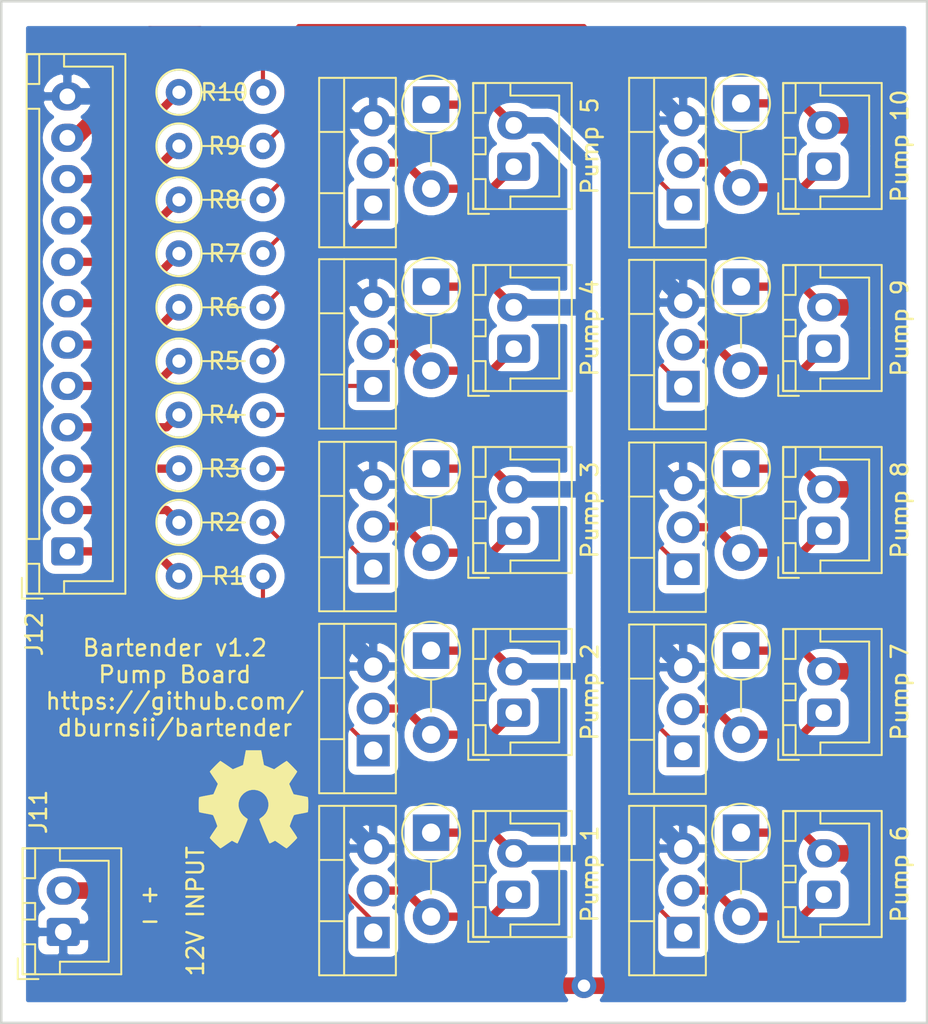
<source format=kicad_pcb>
(kicad_pcb (version 20171130) (host pcbnew 5.1.10)
  (layers (0 F.Cu signal) (31 B.Cu signal) (34 B.Paste user hide) (35 F.Paste user hide) (36 B.SilkS user) (37 F.SilkS user) (38 B.Mask user) (39 F.Mask user) (44 Edge.Cuts user))
  (net 0 "")
  (net 1 "Net-(Q1-Pad1)")
  (net 2 "Net-(Q2-Pad1)")
  (net 3 "Net-(Q3-Pad1)")
  (net 4 "Net-(Q4-Pad1)")
  (net 5 "Net-(Q5-Pad1)")
  (net 6 "Net-(Q6-Pad1)")
  (net 7 "Net-(Q7-Pad1)")
  (net 8 "Net-(Q8-Pad1)")
  (net 9 "Net-(Q9-Pad1)")
  (net 10 "Net-(Q10-Pad1)")
  (net 11 GND)
  (net 12 "Net-(D1-Pad2)")
  (net 13 /12v)
  (net 14 "Net-(D2-Pad2)")
  (net 15 "Net-(D3-Pad2)")
  (net 16 "Net-(D4-Pad2)")
  (net 17 "Net-(D5-Pad2)")
  (net 18 "Net-(D6-Pad2)")
  (net 19 "Net-(D7-Pad2)")
  (net 20 "Net-(D8-Pad2)")
  (net 21 "Net-(D9-Pad2)")
  (net 22 "Net-(D10-Pad2)")
  (net 23 /P10)
  (net 24 /P9)
  (net 25 /P8)
  (net 26 /P7)
  (net 27 /P6)
  (net 28 /P5)
  (net 29 /P4)
  (net 30 /P3)
  (net 31 /P2)
  (net 32 /P1)
  (module Symbol:OSHW-Symbol_6.7x6mm_SilkScreen (layer F.Cu) (at 42.5 90)
    (fp_text reference REF** hide)
    (fp_text value OSHW-Symbol_6.7x6mm_SilkScreen hide)
  )
  (module Package_TO_SOT_THT:TO-220-3_Vertical (layer F.Cu) (at 49.75 98.04 90)
    (fp_text reference Q1 hide)
    (fp_text value TIP120 hide)
    (pad 3 thru_hole oval (at 5.08 0 90) (size 1.905 2) (drill 1.1) (layers *.Cu *.Mask) (net 11 GND))
    (pad 2 thru_hole oval (at 2.54 0 90) (size 1.905 2) (drill 1.1) (layers *.Cu *.Mask) (net 12 "Net-(D1-Pad2)"))
    (pad 1 thru_hole rect (at 0 0 90) (size 1.905 2) (drill 1.1) (layers *.Cu *.Mask) (net 1 "Net-(Q1-Pad1)"))
  )
  (module Diode_THT:D_DO-41_SOD81_P5.08mm_Vertical_AnodeUp (layer F.Cu) (at 53.25 81 270)
    (fp_text reference D2 hide)
    (fp_text value DIODE hide)
    (pad 2 thru_hole oval (at 5.08 0 270) (size 2.2 2.2) (drill 1.1) (layers *.Cu *.Mask) (net 14 "Net-(D2-Pad2)"))
    (pad 1 thru_hole rect (at 0 0 270) (size 2.2 2.2) (drill 1.1) (layers *.Cu *.Mask) (net 13 /12v))
  )
  (module Resistor_THT:R_Axial_DIN0207_L6.3mm_D2.5mm_P5.08mm_Vertical (layer F.Cu) (at 38 47.25)
    (fp_text reference R10 (at 2.75 0) (layer F.SilkS))
    (fp_text value 1KR hide)
    (pad 2 thru_hole oval (at 5.08 0) (size 1.6 1.6) (drill 0.8) (layers *.Cu *.Mask) (net 10 "Net-(Q10-Pad1)"))
    (pad 1 thru_hole circle (at 0 0) (size 1.6 1.6) (drill 0.8) (layers *.Cu *.Mask) (net 23 /P10))
  )
  (module Resistor_THT:R_Axial_DIN0207_L6.3mm_D2.5mm_P5.08mm_Vertical (layer F.Cu) (at 38 50.5)
    (fp_text reference R9 (at 2.75 0) (layer F.SilkS))
    (fp_text value 1KR hide)
    (pad 2 thru_hole oval (at 5.08 0) (size 1.6 1.6) (drill 0.8) (layers *.Cu *.Mask) (net 9 "Net-(Q9-Pad1)"))
    (pad 1 thru_hole circle (at 0 0) (size 1.6 1.6) (drill 0.8) (layers *.Cu *.Mask) (net 24 /P9))
  )
  (module Resistor_THT:R_Axial_DIN0207_L6.3mm_D2.5mm_P5.08mm_Vertical (layer F.Cu) (at 38 53.75)
    (fp_text reference R8 (at 2.75 0) (layer F.SilkS))
    (fp_text value 1KR hide)
    (pad 2 thru_hole oval (at 5.08 0) (size 1.6 1.6) (drill 0.8) (layers *.Cu *.Mask) (net 8 "Net-(Q8-Pad1)"))
    (pad 1 thru_hole circle (at 0 0) (size 1.6 1.6) (drill 0.8) (layers *.Cu *.Mask) (net 25 /P8))
  )
  (module Resistor_THT:R_Axial_DIN0207_L6.3mm_D2.5mm_P5.08mm_Vertical (layer F.Cu) (at 38 57)
    (fp_text reference R7 (at 2.75 0) (layer F.SilkS))
    (fp_text value 1KR hide)
    (pad 2 thru_hole oval (at 5.08 0) (size 1.6 1.6) (drill 0.8) (layers *.Cu *.Mask) (net 7 "Net-(Q7-Pad1)"))
    (pad 1 thru_hole circle (at 0 0) (size 1.6 1.6) (drill 0.8) (layers *.Cu *.Mask) (net 26 /P7))
  )
  (module Resistor_THT:R_Axial_DIN0207_L6.3mm_D2.5mm_P5.08mm_Vertical (layer F.Cu) (at 38 60.25)
    (fp_text reference R6 (at 2.75 0) (layer F.SilkS))
    (fp_text value 1KR hide)
    (pad 2 thru_hole oval (at 5.08 0) (size 1.6 1.6) (drill 0.8) (layers *.Cu *.Mask) (net 6 "Net-(Q6-Pad1)"))
    (pad 1 thru_hole circle (at 0 0) (size 1.6 1.6) (drill 0.8) (layers *.Cu *.Mask) (net 27 /P6))
  )
  (module Resistor_THT:R_Axial_DIN0207_L6.3mm_D2.5mm_P5.08mm_Vertical (layer F.Cu) (at 38 63.5)
    (fp_text reference R5 (at 2.75 0) (layer F.SilkS))
    (fp_text value 1KR hide)
    (pad 2 thru_hole oval (at 5.08 0) (size 1.6 1.6) (drill 0.8) (layers *.Cu *.Mask) (net 5 "Net-(Q5-Pad1)"))
    (pad 1 thru_hole circle (at 0 0) (size 1.6 1.6) (drill 0.8) (layers *.Cu *.Mask) (net 28 /P5))
  )
  (module Resistor_THT:R_Axial_DIN0207_L6.3mm_D2.5mm_P5.08mm_Vertical (layer F.Cu) (at 38 66.75)
    (fp_text reference R4 (at 2.75 0) (layer F.SilkS))
    (fp_text value 1KR hide)
    (pad 2 thru_hole oval (at 5.08 0) (size 1.6 1.6) (drill 0.8) (layers *.Cu *.Mask) (net 4 "Net-(Q4-Pad1)"))
    (pad 1 thru_hole circle (at 0 0) (size 1.6 1.6) (drill 0.8) (layers *.Cu *.Mask) (net 29 /P4))
  )
  (module Resistor_THT:R_Axial_DIN0207_L6.3mm_D2.5mm_P5.08mm_Vertical (layer F.Cu) (at 38 70)
    (fp_text reference R3 (at 2.75 0) (layer F.SilkS))
    (fp_text value 1KR hide)
    (pad 2 thru_hole oval (at 5.08 0) (size 1.6 1.6) (drill 0.8) (layers *.Cu *.Mask) (net 3 "Net-(Q3-Pad1)"))
    (pad 1 thru_hole circle (at 0 0) (size 1.6 1.6) (drill 0.8) (layers *.Cu *.Mask) (net 30 /P3))
  )
  (module Resistor_THT:R_Axial_DIN0207_L6.3mm_D2.5mm_P5.08mm_Vertical (layer F.Cu) (at 38 73.25)
    (fp_text reference R2 (at 2.75 0) (layer F.SilkS))
    (fp_text value 1KR hide)
    (pad 2 thru_hole oval (at 5.08 0) (size 1.6 1.6) (drill 0.8) (layers *.Cu *.Mask) (net 2 "Net-(Q2-Pad1)"))
    (pad 1 thru_hole circle (at 0 0) (size 1.6 1.6) (drill 0.8) (layers *.Cu *.Mask) (net 31 /P2))
  )
  (module Resistor_THT:R_Axial_DIN0207_L6.3mm_D2.5mm_P5.08mm_Vertical (layer F.Cu) (at 38 76.5)
    (fp_text reference R1 (at 3 0) (layer F.SilkS))
    (fp_text value 1KR hide)
    (pad 2 thru_hole oval (at 5.08 0) (size 1.6 1.6) (drill 0.8) (layers *.Cu *.Mask) (net 1 "Net-(Q1-Pad1)"))
    (pad 1 thru_hole circle (at 0 0) (size 1.6 1.6) (drill 0.8) (layers *.Cu *.Mask) (net 32 /P1))
  )
  (module Package_TO_SOT_THT:TO-220-3_Vertical (layer F.Cu) (at 68.5 54.04 90)
    (fp_text reference Q10 hide)
    (fp_text value TIP120 hide)
    (pad 3 thru_hole oval (at 5.08 0 90) (size 1.905 2) (drill 1.1) (layers *.Cu *.Mask) (net 11 GND))
    (pad 2 thru_hole oval (at 2.54 0 90) (size 1.905 2) (drill 1.1) (layers *.Cu *.Mask) (net 22 "Net-(D10-Pad2)"))
    (pad 1 thru_hole rect (at 0 0 90) (size 1.905 2) (drill 1.1) (layers *.Cu *.Mask) (net 10 "Net-(Q10-Pad1)"))
  )
  (module Package_TO_SOT_THT:TO-220-3_Vertical (layer F.Cu) (at 68.5 65.04 90)
    (fp_text reference Q9 hide)
    (fp_text value TIP120 hide)
    (pad 3 thru_hole oval (at 5.08 0 90) (size 1.905 2) (drill 1.1) (layers *.Cu *.Mask) (net 11 GND))
    (pad 2 thru_hole oval (at 2.54 0 90) (size 1.905 2) (drill 1.1) (layers *.Cu *.Mask) (net 21 "Net-(D9-Pad2)"))
    (pad 1 thru_hole rect (at 0 0 90) (size 1.905 2) (drill 1.1) (layers *.Cu *.Mask) (net 9 "Net-(Q9-Pad1)"))
  )
  (module Package_TO_SOT_THT:TO-220-3_Vertical (layer F.Cu) (at 68.5 76.08 90)
    (fp_text reference Q8 hide)
    (fp_text value TIP120 hide)
    (pad 3 thru_hole oval (at 5.08 0 90) (size 1.905 2) (drill 1.1) (layers *.Cu *.Mask) (net 11 GND))
    (pad 2 thru_hole oval (at 2.54 0 90) (size 1.905 2) (drill 1.1) (layers *.Cu *.Mask) (net 20 "Net-(D8-Pad2)"))
    (pad 1 thru_hole rect (at 0 0 90) (size 1.905 2) (drill 1.1) (layers *.Cu *.Mask) (net 8 "Net-(Q8-Pad1)"))
  )
  (module Package_TO_SOT_THT:TO-220-3_Vertical (layer F.Cu) (at 68.5 87.08 90)
    (fp_text reference Q7 hide)
    (fp_text value TIP120 hide)
    (pad 3 thru_hole oval (at 5.08 0 90) (size 1.905 2) (drill 1.1) (layers *.Cu *.Mask) (net 11 GND))
    (pad 2 thru_hole oval (at 2.54 0 90) (size 1.905 2) (drill 1.1) (layers *.Cu *.Mask) (net 19 "Net-(D7-Pad2)"))
    (pad 1 thru_hole rect (at 0 0 90) (size 1.905 2) (drill 1.1) (layers *.Cu *.Mask) (net 7 "Net-(Q7-Pad1)"))
  )
  (module Package_TO_SOT_THT:TO-220-3_Vertical (layer F.Cu) (at 68.5 98.04 90)
    (fp_text reference Q6 hide)
    (fp_text value TIP120 hide)
    (pad 3 thru_hole oval (at 5.08 0 90) (size 1.905 2) (drill 1.1) (layers *.Cu *.Mask) (net 11 GND))
    (pad 2 thru_hole oval (at 2.54 0 90) (size 1.905 2) (drill 1.1) (layers *.Cu *.Mask) (net 18 "Net-(D6-Pad2)"))
    (pad 1 thru_hole rect (at 0 0 90) (size 1.905 2) (drill 1.1) (layers *.Cu *.Mask) (net 6 "Net-(Q6-Pad1)"))
  )
  (module Package_TO_SOT_THT:TO-220-3_Vertical (layer F.Cu) (at 49.75 54.04 90)
    (fp_text reference Q5 hide)
    (fp_text value TIP120 hide)
    (pad 3 thru_hole oval (at 5.08 0 90) (size 1.905 2) (drill 1.1) (layers *.Cu *.Mask) (net 11 GND))
    (pad 2 thru_hole oval (at 2.54 0 90) (size 1.905 2) (drill 1.1) (layers *.Cu *.Mask) (net 17 "Net-(D5-Pad2)"))
    (pad 1 thru_hole rect (at 0 0 90) (size 1.905 2) (drill 1.1) (layers *.Cu *.Mask) (net 5 "Net-(Q5-Pad1)"))
  )
  (module Package_TO_SOT_THT:TO-220-3_Vertical (layer F.Cu) (at 49.75 65 90)
    (fp_text reference Q4 hide)
    (fp_text value TIP120 hide)
    (pad 3 thru_hole oval (at 5.08 0 90) (size 1.905 2) (drill 1.1) (layers *.Cu *.Mask) (net 11 GND))
    (pad 2 thru_hole oval (at 2.54 0 90) (size 1.905 2) (drill 1.1) (layers *.Cu *.Mask) (net 16 "Net-(D4-Pad2)"))
    (pad 1 thru_hole rect (at 0 0 90) (size 1.905 2) (drill 1.1) (layers *.Cu *.Mask) (net 4 "Net-(Q4-Pad1)"))
  )
  (module Package_TO_SOT_THT:TO-220-3_Vertical (layer F.Cu) (at 49.75 76.04 90)
    (fp_text reference Q3 hide)
    (fp_text value TIP120 hide)
    (pad 3 thru_hole oval (at 5.08 0 90) (size 1.905 2) (drill 1.1) (layers *.Cu *.Mask) (net 11 GND))
    (pad 2 thru_hole oval (at 2.54 0 90) (size 1.905 2) (drill 1.1) (layers *.Cu *.Mask) (net 15 "Net-(D3-Pad2)"))
    (pad 1 thru_hole rect (at 0 0 90) (size 1.905 2) (drill 1.1) (layers *.Cu *.Mask) (net 3 "Net-(Q3-Pad1)"))
  )
  (module Package_TO_SOT_THT:TO-220-3_Vertical (layer F.Cu) (at 49.75 87.04 90)
    (fp_text reference Q2 hide)
    (fp_text value TIP120 hide)
    (pad 3 thru_hole oval (at 5.08 0 90) (size 1.905 2) (drill 1.1) (layers *.Cu *.Mask) (net 11 GND))
    (pad 2 thru_hole oval (at 2.54 0 90) (size 1.905 2) (drill 1.1) (layers *.Cu *.Mask) (net 14 "Net-(D2-Pad2)"))
    (pad 1 thru_hole rect (at 0 0 90) (size 1.905 2) (drill 1.1) (layers *.Cu *.Mask) (net 2 "Net-(Q2-Pad1)"))
  )
  (module Connector_JST:JST_XH_B12B-XH-A_1x12_P2.50mm_Vertical (layer F.Cu) (at 31.25 75 90)
    (fp_text reference J12 (at -5 -2 90) (layer F.SilkS))
    (fp_text value Conn_01x12_Female)
    (pad 12 thru_hole oval (at 27.5 0 90) (size 1.7 1.95) (drill 0.95) (layers *.Cu *.Mask) (net 11 GND))
    (pad 11 thru_hole oval (at 25 0 90) (size 1.7 1.95) (drill 0.95) (layers *.Cu *.Mask) (net 13 /12v))
    (pad 10 thru_hole oval (at 22.5 0 90) (size 1.7 1.95) (drill 0.95) (layers *.Cu *.Mask) (net 23 /P10))
    (pad 9 thru_hole oval (at 20 0 90) (size 1.7 1.95) (drill 0.95) (layers *.Cu *.Mask) (net 24 /P9))
    (pad 8 thru_hole oval (at 17.5 0 90) (size 1.7 1.95) (drill 0.95) (layers *.Cu *.Mask) (net 25 /P8))
    (pad 7 thru_hole oval (at 15 0 90) (size 1.7 1.95) (drill 0.95) (layers *.Cu *.Mask) (net 26 /P7))
    (pad 6 thru_hole oval (at 12.5 0 90) (size 1.7 1.95) (drill 0.95) (layers *.Cu *.Mask) (net 27 /P6))
    (pad 5 thru_hole oval (at 10 0 90) (size 1.7 1.95) (drill 0.95) (layers *.Cu *.Mask) (net 28 /P5))
    (pad 4 thru_hole oval (at 7.5 0 90) (size 1.7 1.95) (drill 0.95) (layers *.Cu *.Mask) (net 29 /P4))
    (pad 3 thru_hole oval (at 5 0 90) (size 1.7 1.95) (drill 0.95) (layers *.Cu *.Mask) (net 30 /P3))
    (pad 2 thru_hole oval (at 2.5 0 90) (size 1.7 1.95) (drill 0.95) (layers *.Cu *.Mask) (net 31 /P2))
    (pad 1 thru_hole roundrect (at 0 0 90) (size 1.7 1.95) (drill 0.95) (layers *.Cu *.Mask) (roundrect_rratio 0.147059) (net 32 /P1))
  )
  (module Connector_JST:JST_XH_B2B-XH-A_1x02_P2.50mm_Vertical (layer F.Cu) (at 31 98 90)
    (fp_text reference J11 (at 7.25 -1.5 90) (layer F.SilkS))
    (fp_text value "12V INPUT" (at 1.25 8 90) (layer F.SilkS))
    (pad 2 thru_hole oval (at 2.5 0 90) (size 1.7 2) (drill 1) (layers *.Cu *.Mask) (net 13 /12v))
    (pad 1 thru_hole roundrect (at 0 0 90) (size 1.7 2) (drill 1) (layers *.Cu *.Mask) (roundrect_rratio 0.147059) (net 11 GND))
  )
  (module Connector_JST:JST_XH_B2B-XH-A_1x02_P2.50mm_Vertical (layer F.Cu) (at 77 51.75 90)
    (fp_text reference J10 hide)
    (fp_text value "Pump 10" (at 1.25 4.6 90) (layer F.SilkS))
    (pad 2 thru_hole oval (at 2.5 0 90) (size 1.7 2) (drill 1) (layers *.Cu *.Mask) (net 13 /12v))
    (pad 1 thru_hole roundrect (at 0 0 90) (size 1.7 2) (drill 1) (layers *.Cu *.Mask) (roundrect_rratio 0.147059) (net 22 "Net-(D10-Pad2)"))
  )
  (module Connector_JST:JST_XH_B2B-XH-A_1x02_P2.50mm_Vertical (layer F.Cu) (at 77 62.75 90)
    (fp_text reference J9 hide)
    (fp_text value "Pump 9" (at 1.25 4.6 90) (layer F.SilkS))
    (pad 2 thru_hole oval (at 2.5 0 90) (size 1.7 2) (drill 1) (layers *.Cu *.Mask) (net 13 /12v))
    (pad 1 thru_hole roundrect (at 0 0 90) (size 1.7 2) (drill 1) (layers *.Cu *.Mask) (roundrect_rratio 0.147059) (net 21 "Net-(D9-Pad2)"))
  )
  (module Connector_JST:JST_XH_B2B-XH-A_1x02_P2.50mm_Vertical (layer F.Cu) (at 77 73.75 90)
    (fp_text reference J8 hide)
    (fp_text value "Pump 8" (at 1.25 4.6 90) (layer F.SilkS))
    (pad 2 thru_hole oval (at 2.5 0 90) (size 1.7 2) (drill 1) (layers *.Cu *.Mask) (net 13 /12v))
    (pad 1 thru_hole roundrect (at 0 0 90) (size 1.7 2) (drill 1) (layers *.Cu *.Mask) (roundrect_rratio 0.147059) (net 20 "Net-(D8-Pad2)"))
  )
  (module Connector_JST:JST_XH_B2B-XH-A_1x02_P2.50mm_Vertical (layer F.Cu) (at 77 84.75 90)
    (fp_text reference J7 hide)
    (fp_text value "Pump 7" (at 1.25 4.6 90) (layer F.SilkS))
    (pad 2 thru_hole oval (at 2.5 0 90) (size 1.7 2) (drill 1) (layers *.Cu *.Mask) (net 13 /12v))
    (pad 1 thru_hole roundrect (at 0 0 90) (size 1.7 2) (drill 1) (layers *.Cu *.Mask) (roundrect_rratio 0.147059) (net 19 "Net-(D7-Pad2)"))
  )
  (module Connector_JST:JST_XH_B2B-XH-A_1x02_P2.50mm_Vertical (layer F.Cu) (at 77 95.75 90)
    (fp_text reference J6 hide)
    (fp_text value "Pump 6" (at 1.25 4.6 90) (layer F.SilkS))
    (pad 2 thru_hole oval (at 2.5 0 90) (size 1.7 2) (drill 1) (layers *.Cu *.Mask) (net 13 /12v))
    (pad 1 thru_hole roundrect (at 0 0 90) (size 1.7 2) (drill 1) (layers *.Cu *.Mask) (roundrect_rratio 0.147059) (net 18 "Net-(D6-Pad2)"))
  )
  (module Connector_JST:JST_XH_B2B-XH-A_1x02_P2.50mm_Vertical (layer F.Cu) (at 58.25 51.75 90)
    (fp_text reference J5 hide)
    (fp_text value "Pump 5" (at 1.25 4.6 90) (layer F.SilkS))
    (pad 2 thru_hole oval (at 2.5 0 90) (size 1.7 2) (drill 1) (layers *.Cu *.Mask) (net 13 /12v))
    (pad 1 thru_hole roundrect (at 0 0 90) (size 1.7 2) (drill 1) (layers *.Cu *.Mask) (roundrect_rratio 0.147059) (net 17 "Net-(D5-Pad2)"))
  )
  (module Connector_JST:JST_XH_B2B-XH-A_1x02_P2.50mm_Vertical (layer F.Cu) (at 58.25 62.75 90)
    (fp_text reference J4 hide)
    (fp_text value "Pump 4" (at 1.25 4.6 90) (layer F.SilkS))
    (pad 2 thru_hole oval (at 2.5 0 90) (size 1.7 2) (drill 1) (layers *.Cu *.Mask) (net 13 /12v))
    (pad 1 thru_hole roundrect (at 0 0 90) (size 1.7 2) (drill 1) (layers *.Cu *.Mask) (roundrect_rratio 0.147059) (net 16 "Net-(D4-Pad2)"))
  )
  (module Connector_JST:JST_XH_B2B-XH-A_1x02_P2.50mm_Vertical (layer F.Cu) (at 58.25 73.75 90)
    (fp_text reference J3 hide)
    (fp_text value "Pump 3" (at 1.25 4.6 90) (layer F.SilkS))
    (pad 2 thru_hole oval (at 2.5 0 90) (size 1.7 2) (drill 1) (layers *.Cu *.Mask) (net 13 /12v))
    (pad 1 thru_hole roundrect (at 0 0 90) (size 1.7 2) (drill 1) (layers *.Cu *.Mask) (roundrect_rratio 0.147059) (net 15 "Net-(D3-Pad2)"))
  )
  (module Connector_JST:JST_XH_B2B-XH-A_1x02_P2.50mm_Vertical (layer F.Cu) (at 58.25 84.75 90)
    (fp_text reference J2 hide)
    (fp_text value "Pump 2" (at 1.25 4.6 90) (layer F.SilkS))
    (pad 2 thru_hole oval (at 2.5 0 90) (size 1.7 2) (drill 1) (layers *.Cu *.Mask) (net 13 /12v))
    (pad 1 thru_hole roundrect (at 0 0 90) (size 1.7 2) (drill 1) (layers *.Cu *.Mask) (roundrect_rratio 0.147059) (net 14 "Net-(D2-Pad2)"))
  )
  (module Connector_JST:JST_XH_B2B-XH-A_1x02_P2.50mm_Vertical (layer F.Cu) (at 58.25 95.75 90)
    (fp_text reference J1 hide)
    (fp_text value "Pump 1" (at 1.25 4.6 90) (layer F.SilkS))
    (pad 2 thru_hole oval (at 2.5 0 90) (size 1.7 2) (drill 1) (layers *.Cu *.Mask) (net 13 /12v))
    (pad 1 thru_hole roundrect (at 0 0 90) (size 1.7 2) (drill 1) (layers *.Cu *.Mask) (roundrect_rratio 0.147059) (net 12 "Net-(D1-Pad2)"))
  )
  (module Diode_THT:D_DO-41_SOD81_P5.08mm_Vertical_AnodeUp (layer F.Cu) (at 72 47.92 270)
    (fp_text reference D10 hide)
    (fp_text value DIODE hide)
    (pad 2 thru_hole oval (at 5.08 0 270) (size 2.2 2.2) (drill 1.1) (layers *.Cu *.Mask) (net 22 "Net-(D10-Pad2)"))
    (pad 1 thru_hole rect (at 0 0 270) (size 2.2 2.2) (drill 1.1) (layers *.Cu *.Mask) (net 13 /12v))
  )
  (module Diode_THT:D_DO-41_SOD81_P5.08mm_Vertical_AnodeUp (layer F.Cu) (at 72 59 270)
    (fp_text reference D9 hide)
    (fp_text value DIODE hide)
    (pad 2 thru_hole oval (at 5.08 0 270) (size 2.2 2.2) (drill 1.1) (layers *.Cu *.Mask) (net 21 "Net-(D9-Pad2)"))
    (pad 1 thru_hole rect (at 0 0 270) (size 2.2 2.2) (drill 1.1) (layers *.Cu *.Mask) (net 13 /12v))
  )
  (module Diode_THT:D_DO-41_SOD81_P5.08mm_Vertical_AnodeUp (layer F.Cu) (at 72 70 270)
    (fp_text reference D8 hide)
    (fp_text value DIODE hide)
    (pad 2 thru_hole oval (at 5.08 0 270) (size 2.2 2.2) (drill 1.1) (layers *.Cu *.Mask) (net 20 "Net-(D8-Pad2)"))
    (pad 1 thru_hole rect (at 0 0 270) (size 2.2 2.2) (drill 1.1) (layers *.Cu *.Mask) (net 13 /12v))
  )
  (module Diode_THT:D_DO-41_SOD81_P5.08mm_Vertical_AnodeUp (layer F.Cu) (at 72 81 270)
    (fp_text reference D7 hide)
    (fp_text value DIODE hide)
    (pad 2 thru_hole oval (at 5.08 0 270) (size 2.2 2.2) (drill 1.1) (layers *.Cu *.Mask) (net 19 "Net-(D7-Pad2)"))
    (pad 1 thru_hole rect (at 0 0 270) (size 2.2 2.2) (drill 1.1) (layers *.Cu *.Mask) (net 13 /12v))
  )
  (module Diode_THT:D_DO-41_SOD81_P5.08mm_Vertical_AnodeUp (layer F.Cu) (at 72 92 270)
    (fp_text reference D6 hide)
    (fp_text value DIODE hide)
    (pad 2 thru_hole oval (at 5.08 0 270) (size 2.2 2.2) (drill 1.1) (layers *.Cu *.Mask) (net 18 "Net-(D6-Pad2)"))
    (pad 1 thru_hole rect (at 0 0 270) (size 2.2 2.2) (drill 1.1) (layers *.Cu *.Mask) (net 13 /12v))
  )
  (module Diode_THT:D_DO-41_SOD81_P5.08mm_Vertical_AnodeUp (layer F.Cu) (at 53.25 48 270)
    (fp_text reference D5 hide)
    (fp_text value DIODE hide)
    (pad 2 thru_hole oval (at 5.08 0 270) (size 2.2 2.2) (drill 1.1) (layers *.Cu *.Mask) (net 17 "Net-(D5-Pad2)"))
    (pad 1 thru_hole rect (at 0 0 270) (size 2.2 2.2) (drill 1.1) (layers *.Cu *.Mask) (net 13 /12v))
  )
  (module Diode_THT:D_DO-41_SOD81_P5.08mm_Vertical_AnodeUp (layer F.Cu) (at 53.25 59 270)
    (fp_text reference D4 hide)
    (fp_text value DIODE hide)
    (pad 2 thru_hole oval (at 5.08 0 270) (size 2.2 2.2) (drill 1.1) (layers *.Cu *.Mask) (net 16 "Net-(D4-Pad2)"))
    (pad 1 thru_hole rect (at 0 0 270) (size 2.2 2.2) (drill 1.1) (layers *.Cu *.Mask) (net 13 /12v))
  )
  (module Diode_THT:D_DO-41_SOD81_P5.08mm_Vertical_AnodeUp (layer F.Cu) (at 53.25 70 270)
    (fp_text reference D3 hide)
    (fp_text value DIODE hide)
    (pad 2 thru_hole oval (at 5.08 0 270) (size 2.2 2.2) (drill 1.1) (layers *.Cu *.Mask) (net 15 "Net-(D3-Pad2)"))
    (pad 1 thru_hole rect (at 0 0 270) (size 2.2 2.2) (drill 1.1) (layers *.Cu *.Mask) (net 13 /12v))
  )
  (module Diode_THT:D_DO-41_SOD81_P5.08mm_Vertical_AnodeUp (layer F.Cu) (at 53.25 92 270)
    (fp_text reference D1 hide)
    (fp_text value DIODE hide)
    (pad 2 thru_hole oval (at 5.08 0 270) (size 2.2 2.2) (drill 1.1) (layers *.Cu *.Mask) (net 12 "Net-(D1-Pad2)"))
    (pad 1 thru_hole rect (at 0 0 270) (size 2.2 2.2) (drill 1.1) (layers *.Cu *.Mask) (net 13 /12v))
  )
  (gr_text "+\n-" (at 36.25 96.5) (layer F.SilkS) (effects (font (size 1 1))))
  (gr_text "Bartender v1.2\nPump Board\nhttps://github.com/\ndburnsii/bartender" (at 37.75 83.25) (layer F.SilkS) (effects (font (size 1 1))))
  (gr_line (start 83.25 41.75) (end 27.25 41.75) (layer Edge.Cuts) (width 0.15))
  (gr_line (start 27.25 103.5) (end 27.25 41.75) (layer Edge.Cuts) (width 0.15))
  (gr_line (start 83.25 103.5) (end 27.25 103.5) (layer Edge.Cuts) (width 0.15))
  (gr_line (start 83.25 41.75) (end 83.25 103.5) (layer Edge.Cuts) (width 0.15))
  (segment (start 43.08 76.5) (end 43.08 82.58) (width 0.25) (layer F.Cu) (net 1))
  (segment (start 43.08 82.58) (end 45.25 84.75) (width 0.25) (layer F.Cu) (net 1))
  (segment (start 49.75 97.354171) (end 49.75 98.04) (width 0.25) (layer F.Cu) (net 1))
  (segment (start 45.25 92.854171) (end 49.75 97.354171) (width 0.25) (layer F.Cu) (net 1))
  (segment (start 45.25 84.75) (end 45.25 92.854171) (width 0.25) (layer F.Cu) (net 1))
  (segment (start 43.08 73.25) (end 45.25 75.42) (width 0.25) (layer F.Cu) (net 2))
  (segment (start 45.25 82.54) (end 49.75 87.04) (width 0.25) (layer F.Cu) (net 2))
  (segment (start 45.25 75.42) (end 45.25 82.54) (width 0.25) (layer F.Cu) (net 2))
  (segment (start 43.08 70) (end 44.75 70) (width 0.25) (layer F.Cu) (net 3))
  (segment (start 44.75 71.04) (end 49.75 76.04) (width 0.25) (layer F.Cu) (net 3))
  (segment (start 44.75 70) (end 44.75 71.04) (width 0.25) (layer F.Cu) (net 3))
  (segment (start 43.08 66.75) (end 44.5 66.75) (width 0.25) (layer F.Cu) (net 4))
  (segment (start 46.25 65) (end 49.75 65) (width 0.25) (layer F.Cu) (net 4))
  (segment (start 44.5 66.75) (end 46.25 65) (width 0.25) (layer F.Cu) (net 4))
  (segment (start 43.08 63.5) (end 44.75 61.83) (width 0.25) (layer F.Cu) (net 5))
  (segment (start 44.75 61.83) (end 44.75 59.25) (width 0.25) (layer F.Cu) (net 5))
  (segment (start 49.75 54.25) (end 49.75 54.04) (width 0.25) (layer F.Cu) (net 5))
  (segment (start 44.75 59.25) (end 49.75 54.25) (width 0.25) (layer F.Cu) (net 5))
  (segment (start 64.69996 94.23996) (end 68.5 98.04) (width 0.25) (layer F.Cu) (net 6))
  (segment (start 64.69996 47.9956) (end 64.69996 94.23996) (width 0.25) (layer F.Cu) (net 6))
  (segment (start 61.7544 45.05004) (end 64.69996 47.9956) (width 0.25) (layer F.Cu) (net 6))
  (segment (start 45.85003 45.19561) (end 45.9956 45.05004) (width 0.25) (layer F.Cu) (net 6))
  (segment (start 45.9956 45.05004) (end 61.7544 45.05004) (width 0.25) (layer F.Cu) (net 6))
  (segment (start 45.85003 57.47997) (end 45.85003 45.19561) (width 0.25) (layer F.Cu) (net 6))
  (segment (start 43.08 60.25) (end 45.85003 57.47997) (width 0.25) (layer F.Cu) (net 6))
  (segment (start 65.14997 83.72997) (end 68.5 87.08) (width 0.25) (layer F.Cu) (net 7))
  (segment (start 65.14997 47.8092) (end 65.14997 83.72997) (width 0.25) (layer F.Cu) (net 7))
  (segment (start 61.9408 44.60003) (end 65.14997 47.8092) (width 0.25) (layer F.Cu) (net 7))
  (segment (start 45.8092 44.60003) (end 61.9408 44.60003) (width 0.25) (layer F.Cu) (net 7))
  (segment (start 45.40002 45.00921) (end 45.8092 44.60003) (width 0.25) (layer F.Cu) (net 7))
  (segment (start 45.40002 54.67998) (end 45.40002 45.00921) (width 0.25) (layer F.Cu) (net 7))
  (segment (start 43.08 57) (end 45.40002 54.67998) (width 0.25) (layer F.Cu) (net 7))
  (segment (start 65.59998 73.17998) (end 68.5 76.08) (width 0.25) (layer F.Cu) (net 8))
  (segment (start 65.59998 47.6228) (end 65.59998 73.17998) (width 0.25) (layer F.Cu) (net 8))
  (segment (start 62.1272 44.15002) (end 65.59998 47.6228) (width 0.25) (layer F.Cu) (net 8))
  (segment (start 45.6228 44.15002) (end 62.1272 44.15002) (width 0.25) (layer F.Cu) (net 8))
  (segment (start 44.95001 44.82281) (end 45.6228 44.15002) (width 0.25) (layer F.Cu) (net 8))
  (segment (start 44.95001 51.87999) (end 44.95001 44.82281) (width 0.25) (layer F.Cu) (net 8))
  (segment (start 43.08 53.75) (end 44.95001 51.87999) (width 0.25) (layer F.Cu) (net 8))
  (segment (start 66.04999 47.4364) (end 66.04999 62.58999) (width 0.25) (layer F.Cu) (net 9))
  (segment (start 45.4364 43.70001) (end 62.3136 43.70001) (width 0.25) (layer F.Cu) (net 9))
  (segment (start 44.5 44.63641) (end 45.4364 43.70001) (width 0.25) (layer F.Cu) (net 9))
  (segment (start 62.3136 43.70001) (end 66.04999 47.4364) (width 0.25) (layer F.Cu) (net 9))
  (segment (start 44.5 49.08) (end 44.5 44.63641) (width 0.25) (layer F.Cu) (net 9))
  (segment (start 66.04999 62.58999) (end 68.5 65.04) (width 0.25) (layer F.Cu) (net 9))
  (segment (start 43.08 50.5) (end 44.5 49.08) (width 0.25) (layer F.Cu) (net 9))
  (segment (start 66.5 52.04) (end 68.5 54.04) (width 0.25) (layer F.Cu) (net 10))
  (segment (start 66.5 47.25) (end 66.5 52.04) (width 0.25) (layer F.Cu) (net 10))
  (segment (start 62.5 43.25) (end 66.5 47.25) (width 0.25) (layer F.Cu) (net 10))
  (segment (start 45.25 43.25) (end 62.5 43.25) (width 0.25) (layer F.Cu) (net 10))
  (segment (start 43.08 45.42) (end 45.25 43.25) (width 0.25) (layer F.Cu) (net 10))
  (segment (start 43.08 47.25) (end 43.08 45.42) (width 0.25) (layer F.Cu) (net 10))
  (segment (start 33.225 47.5) (end 34.75 49.025) (width 1) (layer B.Cu) (net 11))
  (segment (start 31.25 47.5) (end 33.225 47.5) (width 1) (layer B.Cu) (net 11))
  (segment (start 34.75 49.025) (end 34.75 95.75) (width 1) (layer B.Cu) (net 11))
  (segment (start 32.5 98) (end 31 98) (width 1) (layer B.Cu) (net 11))
  (segment (start 34.75 95.75) (end 32.5 98) (width 1) (layer B.Cu) (net 11))
  (segment (start 34.75 49.025) (end 34.75 46.25) (width 1) (layer B.Cu) (net 11))
  (segment (start 34.75 46.25) (end 36.25 44.75) (width 1) (layer B.Cu) (net 11))
  (segment (start 36.25 44.75) (end 45.5 44.75) (width 1) (layer B.Cu) (net 11))
  (segment (start 45.5 44.75) (end 46.75 46) (width 1) (layer B.Cu) (net 11))
  (segment (start 46.75 89.96) (end 49.75 92.96) (width 1) (layer B.Cu) (net 11))
  (segment (start 49.75 81.75) (end 46.75 78.75) (width 1) (layer B.Cu) (net 11))
  (segment (start 49.75 81.96) (end 49.75 81.75) (width 1) (layer B.Cu) (net 11))
  (segment (start 46.75 78.75) (end 46.75 89.96) (width 1) (layer B.Cu) (net 11))
  (segment (start 49.75 70.96) (end 49.21 70.96) (width 1) (layer B.Cu) (net 11))
  (segment (start 46.75 68.5) (end 46.75 78.75) (width 1) (layer B.Cu) (net 11))
  (segment (start 49.21 70.96) (end 46.75 68.5) (width 1) (layer B.Cu) (net 11))
  (segment (start 49.17 59.92) (end 46.75 57.5) (width 1) (layer B.Cu) (net 11))
  (segment (start 49.75 59.92) (end 49.17 59.92) (width 1) (layer B.Cu) (net 11))
  (segment (start 46.75 57.5) (end 46.75 68.5) (width 1) (layer B.Cu) (net 11))
  (segment (start 48.46 48.96) (end 46.75 47.25) (width 1) (layer B.Cu) (net 11))
  (segment (start 49.75 48.96) (end 48.46 48.96) (width 1) (layer B.Cu) (net 11))
  (segment (start 46.75 47.25) (end 46.75 57.5) (width 1) (layer B.Cu) (net 11))
  (segment (start 46.75 46) (end 46.75 47.25) (width 1) (layer B.Cu) (net 11))
  (segment (start 46.75 46) (end 65.5 46) (width 1) (layer B.Cu) (net 11))
  (segment (start 65.5 89.96) (end 68.5 92.96) (width 1) (layer B.Cu) (net 11))
  (segment (start 68.5 82) (end 65.5 79) (width 1) (layer B.Cu) (net 11))
  (segment (start 65.5 79) (end 65.5 89.96) (width 1) (layer B.Cu) (net 11))
  (segment (start 68 71) (end 65.5 68.5) (width 1) (layer B.Cu) (net 11))
  (segment (start 68.5 71) (end 68 71) (width 1) (layer B.Cu) (net 11))
  (segment (start 65.5 68.5) (end 65.5 79) (width 1) (layer B.Cu) (net 11))
  (segment (start 68.5 59.75) (end 65.5 56.75) (width 1) (layer B.Cu) (net 11))
  (segment (start 68.5 59.96) (end 68.5 59.75) (width 1) (layer B.Cu) (net 11))
  (segment (start 65.5 56.75) (end 65.5 68.5) (width 1) (layer B.Cu) (net 11))
  (segment (start 65.5 46) (end 65.5 56.75) (width 1) (layer B.Cu) (net 11))
  (segment (start 68.46 48.96) (end 65.5 46) (width 1) (layer B.Cu) (net 11))
  (segment (start 68.5 48.96) (end 68.46 48.96) (width 1) (layer B.Cu) (net 11))
  (segment (start 56.92 97.08) (end 58.25 95.75) (width 0.5) (layer F.Cu) (net 12))
  (segment (start 53.25 97.08) (end 56.92 97.08) (width 0.5) (layer F.Cu) (net 12))
  (segment (start 51.67 95.5) (end 49.75 95.5) (width 0.5) (layer F.Cu) (net 12))
  (segment (start 53.25 97.08) (end 51.67 95.5) (width 0.5) (layer F.Cu) (net 12))
  (segment (start 40.75 45.25) (end 40.75 76.75) (width 1) (layer F.Cu) (net 13))
  (segment (start 39.25 43.75) (end 40.75 45.25) (width 1) (layer F.Cu) (net 13))
  (segment (start 36.25 43.75) (end 39.25 43.75) (width 1) (layer F.Cu) (net 13))
  (segment (start 34.5 45.5) (end 36.25 43.75) (width 1) (layer F.Cu) (net 13))
  (segment (start 34.5 47.25) (end 34.5 45.5) (width 1) (layer F.Cu) (net 13))
  (segment (start 31.75 50) (end 34.5 47.25) (width 1) (layer F.Cu) (net 13))
  (segment (start 40.75 76.75) (end 40.75 95.5) (width 1) (layer F.Cu) (net 13))
  (segment (start 31.25 50) (end 31.75 50) (width 1) (layer F.Cu) (net 13))
  (segment (start 31.5 95.5) (end 40.75 95.5) (width 1) (layer F.Cu) (net 13))
  (segment (start 57 92) (end 58.25 93.25) (width 0.5) (layer F.Cu) (net 13))
  (segment (start 53.25 92) (end 57 92) (width 0.5) (layer F.Cu) (net 13))
  (segment (start 57 81) (end 58.25 82.25) (width 0.5) (layer F.Cu) (net 13))
  (segment (start 53.25 81) (end 57 81) (width 0.5) (layer F.Cu) (net 13))
  (segment (start 57 70) (end 58.25 71.25) (width 0.5) (layer F.Cu) (net 13))
  (segment (start 53.25 70) (end 57 70) (width 0.5) (layer F.Cu) (net 13))
  (segment (start 57 59) (end 58.25 60.25) (width 0.5) (layer F.Cu) (net 13))
  (segment (start 53.25 59) (end 57 59) (width 0.5) (layer F.Cu) (net 13))
  (segment (start 57 48) (end 58.25 49.25) (width 0.5) (layer F.Cu) (net 13))
  (segment (start 53.25 48) (end 57 48) (width 0.5) (layer F.Cu) (net 13))
  (segment (start 75.67 47.92) (end 77 49.25) (width 0.5) (layer F.Cu) (net 13))
  (segment (start 72 47.92) (end 75.67 47.92) (width 0.5) (layer F.Cu) (net 13))
  (segment (start 75.75 59) (end 77 60.25) (width 0.5) (layer F.Cu) (net 13))
  (segment (start 72 59) (end 75.75 59) (width 0.5) (layer F.Cu) (net 13))
  (segment (start 75.75 70) (end 77 71.25) (width 0.5) (layer F.Cu) (net 13))
  (segment (start 72 70) (end 75.75 70) (width 0.5) (layer F.Cu) (net 13))
  (segment (start 75.75 81) (end 77 82.25) (width 0.5) (layer F.Cu) (net 13))
  (segment (start 72 81) (end 75.75 81) (width 0.5) (layer F.Cu) (net 13))
  (segment (start 75.75 92) (end 77 93.25) (width 0.5) (layer F.Cu) (net 13))
  (segment (start 72 92) (end 75.75 92) (width 0.5) (layer F.Cu) (net 13))
  (segment (start 79 49.25) (end 77 49.25) (width 1) (layer F.Cu) (net 13))
  (segment (start 80 50.25) (end 79 49.25) (width 1) (layer F.Cu) (net 13))
  (segment (start 46.5 101.25) (end 62.5 101.25) (width 1) (layer F.Cu) (net 13))
  (segment (start 75.75 101.25) (end 80 97) (width 1) (layer F.Cu) (net 13))
  (segment (start 40.75 95.5) (end 46.5 101.25) (width 1) (layer F.Cu) (net 13))
  (segment (start 79.5 93.25) (end 80 93.75) (width 1) (layer F.Cu) (net 13))
  (segment (start 77 93.25) (end 79.5 93.25) (width 1) (layer F.Cu) (net 13))
  (segment (start 80 97) (end 80 93.75) (width 1) (layer F.Cu) (net 13))
  (segment (start 77 82.25) (end 80 82.25) (width 1) (layer F.Cu) (net 13))
  (segment (start 80 93.75) (end 80 82.25) (width 1) (layer F.Cu) (net 13))
  (segment (start 79.75 71.25) (end 80 71) (width 1) (layer F.Cu) (net 13))
  (segment (start 77 71.25) (end 79.75 71.25) (width 1) (layer F.Cu) (net 13))
  (segment (start 80 82.25) (end 80 71) (width 1) (layer F.Cu) (net 13))
  (segment (start 79.5 60.25) (end 80 59.75) (width 1) (layer F.Cu) (net 13))
  (segment (start 77 60.25) (end 79.5 60.25) (width 1) (layer F.Cu) (net 13))
  (segment (start 80 59.75) (end 80 50.25) (width 1) (layer F.Cu) (net 13))
  (segment (start 80 71) (end 80 59.75) (width 1) (layer F.Cu) (net 13))
  (segment (start 62.5 101.25) (end 75.75 101.25) (width 1) (layer F.Cu) (net 13))
  (via (at 62.5 101.25) (size 1.5) (drill 0.75) (layers F.Cu B.Cu) (net 13))
  (segment (start 60.25 49.25) (end 58.25 49.25) (width 1) (layer B.Cu) (net 13))
  (segment (start 62.5 51.5) (end 60.25 49.25) (width 1) (layer B.Cu) (net 13))
  (segment (start 58.25 60.25) (end 62.5 60.25) (width 1) (layer B.Cu) (net 13))
  (segment (start 62.5 60.25) (end 62.5 51.5) (width 1) (layer B.Cu) (net 13))
  (segment (start 62.25 71.25) (end 62.5 71) (width 1) (layer B.Cu) (net 13))
  (segment (start 58.25 71.25) (end 62.25 71.25) (width 1) (layer B.Cu) (net 13))
  (segment (start 62.5 71) (end 62.5 60.25) (width 1) (layer B.Cu) (net 13))
  (segment (start 62.25 82.25) (end 62.5 82) (width 1) (layer B.Cu) (net 13))
  (segment (start 58.25 82.25) (end 62.25 82.25) (width 1) (layer B.Cu) (net 13))
  (segment (start 62.5 82) (end 62.5 71) (width 1) (layer B.Cu) (net 13))
  (segment (start 62.5 93.25) (end 62.5 82) (width 1) (layer B.Cu) (net 13))
  (segment (start 58.25 93.25) (end 62.5 93.25) (width 1) (layer B.Cu) (net 13))
  (segment (start 62.5 101.25) (end 62.5 93.25) (width 1) (layer B.Cu) (net 13))
  (segment (start 56.92 86.08) (end 58.25 84.75) (width 0.5) (layer F.Cu) (net 14))
  (segment (start 53.25 86.08) (end 56.92 86.08) (width 0.5) (layer F.Cu) (net 14))
  (segment (start 51.67 84.5) (end 49.75 84.5) (width 0.5) (layer F.Cu) (net 14))
  (segment (start 53.25 86.08) (end 51.67 84.5) (width 0.5) (layer F.Cu) (net 14))
  (segment (start 56.92 75.08) (end 58.25 73.75) (width 0.5) (layer F.Cu) (net 15))
  (segment (start 53.25 75.08) (end 56.92 75.08) (width 0.5) (layer F.Cu) (net 15))
  (segment (start 51.67 73.5) (end 49.75 73.5) (width 0.5) (layer F.Cu) (net 15))
  (segment (start 53.25 75.08) (end 51.67 73.5) (width 0.5) (layer F.Cu) (net 15))
  (segment (start 51.63 62.46) (end 53.25 64.08) (width 0.5) (layer F.Cu) (net 16))
  (segment (start 49.75 62.46) (end 51.63 62.46) (width 0.5) (layer F.Cu) (net 16))
  (segment (start 56.92 64.08) (end 58.25 62.75) (width 0.5) (layer F.Cu) (net 16))
  (segment (start 53.25 64.08) (end 56.92 64.08) (width 0.5) (layer F.Cu) (net 16))
  (segment (start 56.92 53.08) (end 58.25 51.75) (width 0.5) (layer F.Cu) (net 17))
  (segment (start 53.25 53.08) (end 56.92 53.08) (width 0.5) (layer F.Cu) (net 17))
  (segment (start 51.67 51.5) (end 53.25 53.08) (width 0.5) (layer F.Cu) (net 17))
  (segment (start 49.75 51.5) (end 51.67 51.5) (width 0.5) (layer F.Cu) (net 17))
  (segment (start 75.67 97.08) (end 77 95.75) (width 0.5) (layer F.Cu) (net 18))
  (segment (start 72 97.08) (end 75.67 97.08) (width 0.5) (layer F.Cu) (net 18))
  (segment (start 70.42 95.5) (end 72 97.08) (width 0.5) (layer F.Cu) (net 18))
  (segment (start 68.5 95.5) (end 70.42 95.5) (width 0.5) (layer F.Cu) (net 18))
  (segment (start 70.46 84.54) (end 72 86.08) (width 0.5) (layer F.Cu) (net 19))
  (segment (start 68.5 84.54) (end 70.46 84.54) (width 0.5) (layer F.Cu) (net 19))
  (segment (start 75.67 86.08) (end 77 84.75) (width 0.5) (layer F.Cu) (net 19))
  (segment (start 72 86.08) (end 75.67 86.08) (width 0.5) (layer F.Cu) (net 19))
  (segment (start 75.67 75.08) (end 77 73.75) (width 0.5) (layer F.Cu) (net 20))
  (segment (start 72 75.08) (end 75.67 75.08) (width 0.5) (layer F.Cu) (net 20))
  (segment (start 70.46 73.54) (end 72 75.08) (width 0.5) (layer F.Cu) (net 20))
  (segment (start 68.5 73.54) (end 70.46 73.54) (width 0.5) (layer F.Cu) (net 20))
  (segment (start 70.42 62.5) (end 72 64.08) (width 0.5) (layer F.Cu) (net 21))
  (segment (start 68.5 62.5) (end 70.42 62.5) (width 0.5) (layer F.Cu) (net 21))
  (segment (start 75.67 64.08) (end 77 62.75) (width 0.5) (layer F.Cu) (net 21))
  (segment (start 72 64.08) (end 75.67 64.08) (width 0.5) (layer F.Cu) (net 21))
  (segment (start 70.5 51.5) (end 72 53) (width 0.5) (layer F.Cu) (net 22))
  (segment (start 68.5 51.5) (end 70.5 51.5) (width 0.5) (layer F.Cu) (net 22))
  (segment (start 75.75 53) (end 77 51.75) (width 0.5) (layer F.Cu) (net 22))
  (segment (start 72 53) (end 75.75 53) (width 0.5) (layer F.Cu) (net 22))
  (segment (start 32.75 52.5) (end 38 47.25) (width 0.5) (layer F.Cu) (net 23))
  (segment (start 31.75 52.5) (end 32.75 52.5) (width 0.5) (layer F.Cu) (net 23))
  (segment (start 33.5 55) (end 38 50.5) (width 0.5) (layer F.Cu) (net 24))
  (segment (start 31.75 55) (end 33.5 55) (width 0.5) (layer F.Cu) (net 24))
  (segment (start 34.25 57.5) (end 38 53.75) (width 0.5) (layer F.Cu) (net 25))
  (segment (start 31.75 57.5) (end 34.25 57.5) (width 0.5) (layer F.Cu) (net 25))
  (segment (start 35 60) (end 38 57) (width 0.5) (layer F.Cu) (net 26))
  (segment (start 31.75 60) (end 35 60) (width 0.5) (layer F.Cu) (net 26))
  (segment (start 35.75 62.5) (end 38 60.25) (width 0.5) (layer F.Cu) (net 27))
  (segment (start 31.75 62.5) (end 35.75 62.5) (width 0.5) (layer F.Cu) (net 27))
  (segment (start 36.5 65) (end 38 63.5) (width 0.5) (layer F.Cu) (net 28))
  (segment (start 31.75 65) (end 36.5 65) (width 0.5) (layer F.Cu) (net 28))
  (segment (start 37.25 67.5) (end 38 66.75) (width 0.5) (layer F.Cu) (net 29))
  (segment (start 31.75 67.5) (end 37.25 67.5) (width 0.5) (layer F.Cu) (net 29))
  (segment (start 31.75 70) (end 38 70) (width 0.5) (layer F.Cu) (net 30))
  (segment (start 37.25 72.5) (end 38 73.25) (width 0.5) (layer F.Cu) (net 31))
  (segment (start 31.75 72.5) (end 37.25 72.5) (width 0.5) (layer F.Cu) (net 31))
  (segment (start 36.5 75) (end 38 76.5) (width 0.5) (layer F.Cu) (net 32))
  (segment (start 31.75 75) (end 36.5 75) (width 0.5) (layer F.Cu) (net 32))
  (zone (net 11) (net_name GND) (layer B.Cu) (connect_pads (clearance 0.508)) (min_thickness 0.254) (fill yes (arc_segments 32) (thermal_gap 0.508) (thermal_bridge_width 0.508))
    (polygon (pts (xy 82 102.25) (xy 28.75 102.25) (xy 28.75 43.25) (xy 82 43.25)))
  )
)
</source>
